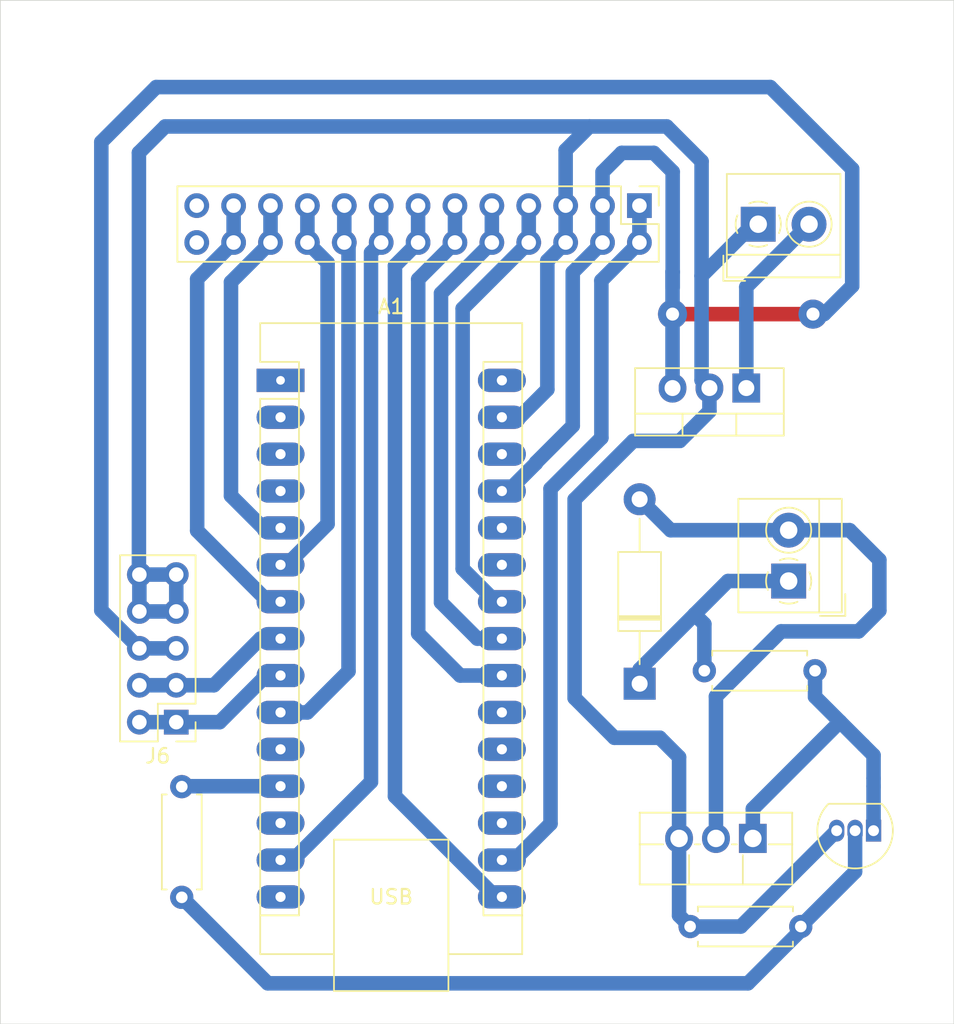
<source format=kicad_pcb>
(kicad_pcb (version 20240108) (generator "pcbnew") (generator_version "8.0")
  (layers (0 "F.Cu" signal) (31 "B.Cu" signal) (34 "B.Paste" user) (35 "F.Paste" user) (36 "B.SilkS" user "B.Silkscreen") (37 "F.SilkS" user "F.Silkscreen") (38 "B.Mask" user) (39 "F.Mask" user) (44 "Edge.Cuts" user))
  (net 0 "")
  (net 1 "GND")
  (net 2 "D5")
  (net 3 "D3")
  (net 5 "+5V")
  (net 7 "D7")
  (net 8 "A3")
  (net 9 "D2")
  (net 10 "A5")
  (net 12 "A4")
  (net 14 "3V3")
  (net 15 "D8")
  (net 18 "D10")
  (net 19 "D13")
  (net 20 "D9")
  (net 21 "D11")
  (net 24 "VCC")
  (net 27 "Net-(D1-A)")
  (net 28 "D4")
  (net 29 "D6")
  (net 31 "A0")
  (net 32 "Net-(D1-K)")
  (net 35 "Net-(Q1-B)")
  (net 36 "Net-(Q1-C)")
  (footprint "MountingHole:MountingHole_4mm" (layer "F.Cu") (at 180.25 134.27)
    (property "Reference" "H1" (hide yes))
    (property "Value" "MountingHole" (hide yes))
    (pad "" np_thru_hole circle (at 0 0) (size 4 4) (drill 4) (layers "*.Cu" "*.Mask"))
  )
  (footprint "MountingHole:MountingHole_4mm" (layer "F.Cu") (at 123.16 72.81)
    (property "Reference" "H3" (hide yes))
    (property "Value" "MountingHole" (hide yes))
    (pad "" np_thru_hole circle (at 0 0) (size 4 4) (drill 4) (layers "*.Cu" "*.Mask"))
  )
  (footprint "Connector_PinHeader_2.54mm:PinHeader_2x05_P2.54mm_Vertical" (layer "F.Cu") (at 130.98 117.9 180)
    (property "Reference" "J6" (at 1.27 -2.33 0) (layer "F.SilkS"))
    (property "Value" "Conn_01x05_Socket" (hide yes))
    (fp_line (start 3.87 -1.33) (end 3.87 11.49) (stroke (width 0.12)) (layer "F.SilkS"))
    (fp_line (start 1.27 1.27) (end 1.27 -1.33) (stroke (width 0.12)) (layer "F.SilkS"))
    (fp_line (start 1.27 -1.33) (end 3.87 -1.33) (stroke (width 0.12)) (layer "F.SilkS"))
    (fp_line (start -1.33 11.49) (end 3.87 11.49) (stroke (width 0.12)) (layer "F.SilkS"))
    (fp_line (start -1.33 1.27) (end 1.27 1.27) (stroke (width 0.12)) (layer "F.SilkS"))
    (fp_line (start -1.33 1.27) (end -1.33 11.49) (stroke (width 0.12)) (layer "F.SilkS"))
    (fp_line (start -1.33 0) (end -1.33 -1.33) (stroke (width 0.12)) (layer "F.SilkS"))
    (fp_line (start -1.33 -1.33) (end 0 -1.33) (stroke (width 0.12)) (layer "F.SilkS"))
    (pad "1" thru_hole rect (at 0 0 180) (size 1.7 1.7) (drill 1) (layers "*.Cu" "*.Mask") (net 29 "D6"))
    (pad "1" thru_hole oval (at 2.54 0 180) (size 1.7 1.7) (drill 1) (layers "*.Cu" "*.Mask") (net 29 "D6"))
    (pad "2" thru_hole oval (at 0 2.54 180) (size 1.7 1.7) (drill 1) (layers "*.Cu" "*.Mask") (net 2 "D5"))
    (pad "2" thru_hole oval (at 2.54 2.54 180) (size 1.7 1.7) (drill 1) (layers "*.Cu" "*.Mask") (net 2 "D5"))
    (pad "3" thru_hole oval (at 0 5.08 180) (size 1.7 1.7) (drill 1) (layers "*.Cu" "*.Mask") (net 5 "+5V"))
    (pad "3" thru_hole oval (at 2.54 5.08 180) (size 1.7 1.7) (drill 1) (layers "*.Cu" "*.Mask") (net 5 "+5V"))
    (pad "4" thru_hole oval (at 0 7.62 180) (size 1.7 1.7) (drill 1) (layers "*.Cu" "*.Mask") (net 1 "GND"))
    (pad "4" thru_hole oval (at 2.54 7.62 180) (size 1.7 1.7) (drill 1) (layers "*.Cu" "*.Mask") (net 1 "GND"))
    (pad "5" thru_hole oval (at 0 10.16 180) (size 1.7 1.7) (drill 1) (layers "*.Cu" "*.Mask") (net 1 "GND"))
    (pad "5" thru_hole oval (at 2.54 10.16 180) (size 1.7 1.7) (drill 1) (layers "*.Cu" "*.Mask") (net 1 "GND"))
  )
  (footprint "TerminalBlock_4Ucon:TerminalBlock_4Ucon_1x02_P3.50mm_Horizontal" (layer "F.Cu") (at 173.145 108.185 90)
    (property "Reference" "M1" (hide yes))
    (property "Value" "Motor_DC" (hide yes))
    (fp_line (start 5.66 -3.46) (end 5.66 3.66) (stroke (width 0.12)) (layer "F.SilkS"))
    (fp_line (start -2.16 -3.46) (end 5.66 -3.46) (stroke (width 0.12)) (layer "F.SilkS"))
    (fp_line (start -2.16 -3.46) (end -2.16 3.66) (stroke (width 0.12)) (layer "F.SilkS"))
    (fp_line (start -2.16 2.1) (end 5.66 2.1) (stroke (width 0.12)) (layer "F.SilkS"))
    (fp_line (start -2.4 2.16) (end -2.4 3.9) (stroke (width 0.12)) (layer "F.SilkS"))
    (fp_line (start -2.16 3.66) (end 5.66 3.66) (stroke (width 0.12)) (layer "F.SilkS"))
    (fp_line (start -2.4 3.9) (end -0.9 3.9) (stroke (width 0.12)) (layer "F.SilkS"))
    (fp_arc (start -0.607742 -1.432109) (mid 0.00014 -1.555727) (end 0.608 -1.432) (stroke (width 0.12)) (layer "F.SilkS"))
    (fp_arc (start 1.432109 -0.607742) (mid 1.555727 0.00014) (end 1.432 0.608) (stroke (width 0.12)) (layer "F.SilkS"))
    (fp_arc (start -1.432109 0.607742) (mid -1.555727 -0.00014) (end -1.432 -0.608) (stroke (width 0.12)) (layer "F.SilkS"))
    (fp_arc (start 0.607587 1.431385) (mid 0.310017 1.523783) (end 0 1.555) (stroke (width 0.12)) (layer "F.SilkS"))
    (fp_arc (start 0.027011 1.555493) (mid -0.296984 1.527118) (end -0.608 1.432) (stroke (width 0.12)) (layer "F.SilkS"))
    (fp_circle (center 3.5 0) (end 5.055 0) (stroke (width 0.12)) (fill none) (layer "F.SilkS"))
    (pad "1" thru_hole rect (at 0 0 90) (size 2.4 2.4) (drill 1.2) (layers "*.Cu" "*.Mask") (net 32 "Net-(D1-K)"))
    (pad "2" thru_hole circle (at 3.5 0 90) (size 2.4 2.4) (drill 1.2) (layers "*.Cu" "*.Mask") (net 27 "Net-(D1-A)"))
  )
  (footprint "Resistor_THT:R_Axial_DIN0207_L6.3mm_D2.5mm_P7.62mm_Horizontal" (layer "F.Cu") (at 131.36 122.34 -90)
    (property "Reference" "R1" (hide yes))
    (property "Value" "220" (hide yes))
    (fp_line (start 0.54 1.37) (end 7.08 1.37) (stroke (width 0.12)) (layer "F.SilkS"))
    (fp_line (start 7.08 1.37) (end 7.08 1.04) (stroke (width 0.12)) (layer "F.SilkS"))
    (fp_line (start 0.54 1.04) (end 0.54 1.37) (stroke (width 0.12)) (layer "F.SilkS"))
    (fp_line (start 0.54 -1.04) (end 0.54 -1.37) (stroke (width 0.12)) (layer "F.SilkS"))
    (fp_line (start 0.54 -1.37) (end 7.08 -1.37) (stroke (width 0.12)) (layer "F.SilkS"))
    (fp_line (start 7.08 -1.37) (end 7.08 -1.04) (stroke (width 0.12)) (layer "F.SilkS"))
    (pad "1" thru_hole circle (at 0 0 270) (size 1.6 1.6) (drill 0.8) (layers "*.Cu" "*.Mask") (net 20 "D9"))
    (pad "2" thru_hole oval (at 7.62 0 270) (size 1.6 1.6) (drill 0.8) (layers "*.Cu" "*.Mask") (net 35 "Net-(Q1-B)"))
  )
  (footprint "Package_TO_SOT_THT:TO-92_Inline" (layer "F.Cu") (at 178.99 125.37 180)
    (property "Reference" "Q1" (hide yes))
    (property "Value" "BC547" (hide yes))
    (fp_line (start -0.53 1.85) (end 3.07 1.85) (stroke (width 0.12)) (layer "F.SilkS"))
    (fp_arc (start 1.27 -2.6) (mid 3.672087 -0.994977) (end 3.108478 1.838478) (stroke (width 0.12)) (layer "F.SilkS"))
    (fp_arc (start -0.568478 1.838478) (mid -1.132087 -0.994977) (end 1.27 -2.6) (stroke (width 0.12)) (layer "F.SilkS"))
    (pad "1" thru_hole rect (at 0 0 180) (size 1.05 1.5) (drill 0.75) (layers "*.Cu" "*.Mask") (net 36 "Net-(Q1-C)"))
    (pad "2" thru_hole oval (at 1.27 0 180) (size 1.05 1.5) (drill 0.75) (layers "*.Cu" "*.Mask") (net 35 "Net-(Q1-B)"))
    (pad "3" thru_hole oval (at 2.54 0 180) (size 1.05 1.5) (drill 0.75) (layers "*.Cu" "*.Mask") (net 1 "GND"))
  )
  (footprint "Resistor_THT:R_Axial_DIN0207_L6.3mm_D2.5mm_P7.62mm_Horizontal" (layer "F.Cu") (at 167.34 114.36)
    (property "Reference" "R4" (hide yes))
    (property "Value" "R" (hide yes))
    (fp_line (start 0.54 -1.37) (end 7.08 -1.37) (stroke (width 0.12)) (layer "F.SilkS"))
    (fp_line (start 0.54 -1.04) (end 0.54 -1.37) (stroke (width 0.12)) (layer "F.SilkS"))
    (fp_line (start 0.54 1.04) (end 0.54 1.37) (stroke (width 0.12)) (layer "F.SilkS"))
    (fp_line (start 0.54 1.37) (end 7.08 1.37) (stroke (width 0.12)) (layer "F.SilkS"))
    (fp_line (start 7.08 -1.37) (end 7.08 -1.04) (stroke (width 0.12)) (layer "F.SilkS"))
    (fp_line (start 7.08 1.37) (end 7.08 1.04) (stroke (width 0.12)) (layer "F.SilkS"))
    (pad "1" thru_hole circle (at 0 0) (size 1.6 1.6) (drill 0.8) (layers "*.Cu" "*.Mask") (net 32 "Net-(D1-K)"))
    (pad "2" thru_hole oval (at 7.62 0) (size 1.6 1.6) (drill 0.8) (layers "*.Cu" "*.Mask") (net 36 "Net-(Q1-C)"))
  )
  (footprint "Resistor_THT:R_Axial_DIN0207_L6.3mm_D2.5mm_P7.62mm_Horizontal" (layer "F.Cu") (at 166.36 131.97)
    (property "Reference" "R2" (hide yes))
    (property "Value" "10K" (hide yes))
    (fp_line (start 0.54 -1.37) (end 7.08 -1.37) (stroke (width 0.12)) (layer "F.SilkS"))
    (fp_line (start 0.54 -1.04) (end 0.54 -1.37) (stroke (width 0.12)) (layer "F.SilkS"))
    (fp_line (start 0.54 1.04) (end 0.54 1.37) (stroke (width 0.12)) (layer "F.SilkS"))
    (fp_line (start 0.54 1.37) (end 7.08 1.37) (stroke (width 0.12)) (layer "F.SilkS"))
    (fp_line (start 7.08 -1.37) (end 7.08 -1.04) (stroke (width 0.12)) (layer "F.SilkS"))
    (fp_line (start 7.08 1.37) (end 7.08 1.04) (stroke (width 0.12)) (layer "F.SilkS"))
    (pad "1" thru_hole circle (at 0 0) (size 1.6 1.6) (drill 0.8) (layers "*.Cu" "*.Mask") (net 1 "GND"))
    (pad "2" thru_hole oval (at 7.62 0) (size 1.6 1.6) (drill 0.8) (layers "*.Cu" "*.Mask") (net 35 "Net-(Q1-B)"))
  )
  (footprint "MountingHole:MountingHole_4mm" (layer "F.Cu") (at 123.13 134.11)
    (property "Reference" "H2" (hide yes))
    (property "Value" "MountingHole" (hide yes))
    (pad "" np_thru_hole circle (at 0 0) (size 4 4) (drill 4) (layers "*.Cu" "*.Mask"))
  )
  (footprint "Connector_PinHeader_2.54mm:PinHeader_2x13_P2.54mm_Vertical" (layer "F.Cu") (at 162.87 82.34 -90)
    (property "Reference" "J4" (hide yes))
    (property "Value" "Conn_01x13_Socket" (hide yes))
    (fp_line (start -1.33 31.81) (end 3.87 31.81) (stroke (width 0.12)) (layer "F.SilkS"))
    (fp_line (start -1.33 1.27) (end -1.33 31.81) (stroke (width 0.12)) (layer "F.SilkS"))
    (fp_line (start -1.33 1.27) (end 1.27 1.27) (stroke (width 0.12)) (layer "F.SilkS"))
    (fp_line (start 1.27 1.27) (end 1.27 -1.33) (stroke (width 0.12)) (layer "F.SilkS"))
    (fp_line (start -1.33 0) (end -1.33 -1.33) (stroke (width 0.12)) (layer "F.SilkS"))
    (fp_line (start -1.33 -1.33) (end 0 -1.33) (stroke (width 0.12)) (layer "F.SilkS"))
    (fp_line (start 1.27 -1.33) (end 3.87 -1.33) (stroke (width 0.12)) (layer "F.SilkS"))
    (fp_line (start 3.87 -1.33) (end 3.87 31.81) (stroke (width 0.12)) (layer "F.SilkS"))
    (pad "1" thru_hole rect (at 0 0 270) (size 1.7 1.7) (drill 1) (layers "*.Cu" "*.Mask") (net 14 "3V3"))
    (pad "1" thru_hole oval (at 2.54 0 270) (size 1.7 1.7) (drill 1) (layers "*.Cu" "*.Mask") (net 14 "3V3"))
    (pad "2" thru_hole oval (at 0 2.54 270) (size 1.7 1.7) (drill 1) (layers "*.Cu" "*.Mask") (net 5 "+5V"))
    (pad "2" thru_hole oval (at 2.54 2.54 270) (size 1.7 1.7) (drill 1) (layers "*.Cu" "*.Mask") (net 5 "+5V"))
    (pad "3" thru_hole oval (at 0 5.08 270) (size 1.7 1.7) (drill 1) (layers "*.Cu" "*.Mask") (net 1 "GND"))
    (pad "3" thru_hole oval (at 2.54 5.08 270) (size 1.7 1.7) (drill 1) (layers "*.Cu" "*.Mask") (net 1 "GND"))
    (pad "4" thru_hole oval (at 0 7.62 270) (size 1.7 1.7) (drill 1) (layers "*.Cu" "*.Mask") (net 10 "A5"))
    (pad "4" thru_hole oval (at 2.54 7.62 270) (size 1.7 1.7) (drill 1) (layers "*.Cu" "*.Mask") (net 10 "A5"))
    (pad "5" thru_hole oval (at 0 10.16 270) (size 1.7 1.7) (drill 1) (layers "*.Cu" "*.Mask") (net 12 "A4"))
    (pad "5" thru_hole oval (at 2.54 10.16 270) (size 1.7 1.7) (drill 1) (layers "*.Cu" "*.Mask") (net 12 "A4"))
    (pad "6" thru_hole oval (at 0 12.7 270) (size 1.7 1.7) (drill 1) (layers "*.Cu" "*.Mask") (net 8 "A3"))
    (pad "6" thru_hole oval (at 2.54 12.7 270) (size 1.7 1.7) (drill 1) (layers "*.Cu" "*.Mask") (net 8 "A3"))
    (pad "7" thru_hole oval (at 0 15.24 270) (size 1.7 1.7) (drill 1) (layers "*.Cu" "*.Mask") (net 19 "D13"))
    (pad "7" thru_hole oval (at 2.54 15.24 270) (size 1.7 1.7) (drill 1) (layers "*.Cu" "*.Mask") (net 19 "D13"))
    (pad "8" thru_hole oval (at 0 17.78 270) (size 1.7 1.7) (drill 1) (layers "*.Cu" "*.Mask") (net 21 "D11"))
    (pad "8" thru_hole oval (at 2.54 17.78 270) (size 1.7 1.7) (drill 1) (layers "*.Cu" "*.Mask") (net 21 "D11"))
    (pad "9" thru_hole oval (at 0 20.32 270) (size 1.7 1.7) (drill 1) (layers "*.Cu" "*.Mask") (net 7 "D7"))
    (pad "9" thru_hole oval (at 2.54 20.32 270) (size 1.7 1.7) (drill 1) (layers "*.Cu" "*.Mask") (net 7 "D7"))
    (pad "10" thru_hole oval (at 0 22.86 270) (size 1.7 1.7) (drill 1) (layers "*.Cu" "*.Mask") (net 3 "D3"))
    (pad "10" thru_hole oval (at 2.54 22.86 270) (size 1.7 1.7) (drill 1) (layers "*.Cu" "*.Mask") (net 3 "D3"))
    (pad "11" thru_hole oval (at 0 25.4 270) (size 1.7 1.7) (drill 1) (layers "*.Cu" "*.Mask") (net 9 "D2"))
    (pad "11" thru_hole oval (at 2.54 25.4 270) (size 1.7 1.7) (drill 1) (layers "*.Cu" "*.Mask") (net 9 "D2"))
    (pad "12" thru_hole oval (at 0 27.94 270) (size 1.7 1.7) (drill 1) (layers "*.Cu" "*.Mask") (net 28 "D4"))
    (pad "12" thru_hole oval (at 2.54 27.94 270) (size 1.7 1.7) (drill 1) (layers "*.Cu" "*.Mask") (net 28 "D4"))
    (pad "13" thru_hole oval (at 0 30.48 270) (size 1.7 1.7) (drill 1) (layers "*.Cu" "*.Mask"))
    (pad "13" thru_hole oval (at 2.54 30.48 270) (size 1.7 1.7) (drill 1) (layers "*.Cu" "*.Mask"))
  )
  (footprint "TerminalBlock_4Ucon:TerminalBlock_4Ucon_1x02_P3.50mm_Horizontal" (layer "F.Cu") (at 171.05 83.62)
    (property "Reference" "J2" (hide yes))
    (property "Value" "Screw_Terminal_01x02" (hide yes))
    (fp_line (start -2.4 2.16) (end -2.4 3.9) (stroke (width 0.12)) (layer "F.SilkS"))
    (fp_line (start -2.4 3.9) (end -0.9 3.9) (stroke (width 0.12)) (layer "F.SilkS"))
    (fp_line (start -2.16 -3.46) (end -2.16 3.66) (stroke (width 0.12)) (layer "F.SilkS"))
    (fp_line (start -2.16 -3.46) (end 5.66 -3.46) (stroke (width 0.12)) (layer "F.SilkS"))
    (fp_line (start -2.16 2.1) (end 5.66 2.1) (stroke (width 0.12)) (layer "F.SilkS"))
    (fp_line (start -2.16 3.66) (end 5.66 3.66) (stroke (width 0.12)) (layer "F.SilkS"))
    (fp_line (start 5.66 -3.46) (end 5.66 3.66) (stroke (width 0.12)) (layer "F.SilkS"))
    (fp_arc (start -1.432109 0.607742) (mid -1.555727 -0.00014) (end -1.432 -0.608) (stroke (width 0.12)) (layer "F.SilkS"))
    (fp_arc (start -0.607742 -1.432109) (mid 0.00014 -1.555727) (end 0.608 -1.432) (stroke (width 0.12)) (layer "F.SilkS"))
    (fp_arc (start 0.027011 1.555493) (mid -0.296984 1.527118) (end -0.608 1.432) (stroke (width 0.12)) (layer "F.SilkS"))
    (fp_arc (start 0.607587 1.431385) (mid 0.310017 1.523783) (end 0 1.555) (stroke (width 0.12)) (layer "F.SilkS"))
    (fp_arc (start 1.432109 -0.607742) (mid 1.555727 0.00014) (end 1.432 0.608) (stroke (width 0.12)) (layer "F.SilkS"))
    (fp_circle (center 3.5 0) (end 5.055 0) (stroke (width 0.12)) (fill none) (layer "F.SilkS"))
    (pad "1" thru_hole rect (at 0 0) (size 2.4 2.4) (drill 1.2) (layers "*.Cu" "*.Mask") (net 1 "GND"))
    (pad "2" thru_hole circle (at 3.5 0) (size 2.4 2.4) (drill 1.2) (layers "*.Cu" "*.Mask") (net 24 "VCC"))
  )
  (footprint "Package_TO_SOT_THT:TO-220F-3_Vertical" (layer "F.Cu") (at 170.68 125.905 180)
    (property "Reference" "Q3" (hide yes))
    (property "Value" "IRF540" (hide yes))
    (fp_line (start 7.79 -3.168) (end 7.79 1.773) (stroke (width 0.12)) (layer "F.SilkS"))
    (fp_line (start 6.183 -0.408) (end 7.79 -0.408) (stroke (width 0.12)) (layer "F.SilkS"))
    (fp_line (start 4.391 -3.168) (end 4.391 -1.15) (stroke (width 0.12)) (layer "F.SilkS"))
    (fp_line (start 3.643 -0.408) (end 3.978 -0.408) (stroke (width 0.12)) (layer "F.SilkS"))
    (fp_line (start 1.103 -0.408) (end 1.438 -0.408) (stroke (width 0.12)) (layer "F.SilkS"))
    (fp_line (start 0.69 -3.168) (end 0.69 -1.15) (stroke (width 0.12)) (layer "F.SilkS"))
    (fp_line (start -2.71 1.773) (end 7.79 1.773) (stroke (width 0.12)) (layer "F.SilkS"))
    (fp_line (start -2.71 -0.408) (end -1.103 -0.408) (stroke (width 0.12)) (layer "F.SilkS"))
    (fp_line (start -2.71 -3.168) (end 7.79 -3.168) (stroke (width 0.12)) (layer "F.SilkS"))
    (fp_line (start -2.71 -3.168) (end -2.71 1.773) (stroke (width 0.12)) (layer "F.SilkS"))
    (pad "1" thru_hole rect (at 0 0 180) (size 1.905 2) (drill 1.2) (layers "*.Cu" "*.Mask") (net 36 "Net-(Q1-C)"))
    (pad "2" thru_hole oval (at 2.54 0 180) (size 1.905 2) (drill 1.2) (layers "*.Cu" "*.Mask") (net 27 "Net-(D1-A)"))
    (pad "3" thru_hole oval (at 5.08 0 180) (size 1.905 2) (drill 1.2) (layers "*.Cu" "*.Mask") (net 1 "GND"))
  )
  (footprint "Package_TO_SOT_THT:TO-220-3_Vertical" (layer "F.Cu") (at 170.23 94.9 180)
    (property "Reference" "U1" (hide yes))
    (property "Value" "LM7805_TO220" (hide yes))
    (fp_line (start 7.66 -3.27) (end 7.66 1.371) (stroke (width 0.12)) (layer "F.SilkS"))
    (fp_line (start 4.391 -3.27) (end 4.391 -1.76) (stroke (width 0.12)) (layer "F.SilkS"))
    (fp_line (start 0.69 -3.27) (end 0.69 -1.76) (stroke (width 0.12)) (layer "F.SilkS"))
    (fp_line (start -2.58 1.371) (end 7.66 1.371) (stroke (width 0.12)) (layer "F.SilkS"))
    (fp_line (start -2.58 -1.76) (end 7.66 -1.76) (stroke (width 0.12)) (layer "F.SilkS"))
    (fp_line (start -2.58 -3.27) (end 7.66 -3.27) (stroke (width 0.12)) (layer "F.SilkS"))
    (fp_line (start -2.58 -3.27) (end -2.58 1.371) (stroke (width 0.12)) (layer "F.SilkS"))
    (pad "1" thru_hole rect (at 0 0 180) (size 1.905 2) (drill 1.1) (layers "*.Cu" "*.Mask") (net 24 "VCC"))
    (pad "2" thru_hole oval (at 2.54 0 180) (size 1.905 2) (drill 1.1) (layers "*.Cu" "*.Mask") (net 1 "GND"))
    (pad "3" thru_hole oval (at 5.08 0 180) (size 1.905 2) (drill 1.1) (layers "*.Cu" "*.Mask") (net 5 "+5V"))
  )
  (footprint "Module:Arduino_Nano" (layer "F.Cu") (at 138.16 94.37)
    (property "Reference" "A1" (at 7.62 -5.08 0) (layer "F.SilkS"))
    (property "Value" "Arduino_Nano_v3.x")
    (fp_line (start -1.4 -3.94) (end -1.4 -1.27) (stroke (width 0.12)) (layer "F.SilkS"))
    (fp_line (start -1.4 1.27) (end -1.4 39.5) (stroke (width 0.12)) (layer "F.SilkS"))
    (fp_line (start -1.4 39.5) (end 3.68 39.5) (stroke (width 0.12)) (layer "F.SilkS"))
    (fp_line (start 1.27 -1.27) (end -1.4 -1.27) (stroke (width 0.12)) (layer "F.SilkS"))
    (fp_line (start 1.27 1.27) (end -1.4 1.27) (stroke (width 0.12)) (layer "F.SilkS"))
    (fp_line (start 1.27 1.27) (end 1.27 -1.27) (stroke (width 0.12)) (layer "F.SilkS"))
    (fp_line (start 1.27 1.27) (end 1.27 36.83) (stroke (width 0.12)) (layer "F.SilkS"))
    (fp_line (start 1.27 36.83) (end -1.4 36.83) (stroke (width 0.12)) (layer "F.SilkS"))
    (fp_line (start 3.68 31.62) (end 11.56 31.62) (stroke (width 0.12)) (layer "F.SilkS"))
    (fp_line (start 3.68 42.04) (end 3.68 31.62) (stroke (width 0.12)) (layer "F.SilkS"))
    (fp_line (start 11.56 31.62) (end 11.56 42.04) (stroke (width 0.12)) (layer "F.SilkS"))
    (fp_line (start 11.56 42.04) (end 3.68 42.04) (stroke (width 0.12)) (layer "F.SilkS"))
    (fp_line (start 13.97 -1.27) (end 13.97 36.83) (stroke (width 0.12)) (layer "F.SilkS"))
    (fp_line (start 13.97 -1.27) (end 16.64 -1.27) (stroke (width 0.12)) (layer "F.SilkS"))
    (fp_line (start 13.97 36.83) (end 16.64 36.83) (stroke (width 0.12)) (layer "F.SilkS"))
    (fp_line (start 16.64 -3.94) (end -1.4 -3.94) (stroke (width 0.12)) (layer "F.SilkS"))
    (fp_line (start 16.64 39.5) (end 11.56 39.5) (stroke (width 0.12)) (layer "F.SilkS"))
    (fp_line (start 16.64 39.5) (end 16.64 -3.94) (stroke (width 0.12)) (layer "F.SilkS"))
    (fp_text user "USB" (at 7.62 35.56 0) (layer "F.SilkS"))
    (pad "1" thru_hole rect (at 0 0) (size 3.3 1.6) (drill 0.6) (layers "*.Cu" "*.Mask"))
    (pad "2" thru_hole oval (at 0 2.54) (size 3.3 1.6) (drill 0.7) (layers "*.Cu" "*.Mask"))
    (pad "3" thru_hole oval (at 0 5.08) (size 3.3 1.6) (drill 0.7) (layers "*.Cu" "*.Mask"))
    (pad "4" thru_hole oval (at 0 7.62) (size 3.3 1.6) (drill 0.7) (layers "*.Cu" "*.Mask") (net 1 "GND"))
    (pad "5" thru_hole oval (at 0 10.16) (size 3.3 1.6) (drill 0.7) (layers "*.Cu" "*.Mask") (net 9 "D2"))
    (pad "6" thru_hole oval (at 0 12.7) (size 3.3 1.6) (drill 0.7) (layers "*.Cu" "*.Mask") (net 3 "D3"))
    (pad "7" thru_hole oval (at 0 15.24) (size 3.3 1.6) (drill 0.7) (layers "*.Cu" "*.Mask") (net 28 "D4"))
    (pad "8" thru_hole oval (at 0 17.78) (size 3.3 1.6) (drill 0.7) (layers "*.Cu" "*.Mask") (net 2 "D5"))
    (pad "9" thru_hole oval (at 0 20.32) (size 3.3 1.6) (drill 0.7) (layers "*.Cu" "*.Mask") (net 29 "D6"))
    (pad "10" thru_hole oval (at 0 22.86) (size 3.3 1.6) (drill 0.7) (layers "*.Cu" "*.Mask") (net 7 "D7"))
    (pad "11" thru_hole oval (at 0 25.4) (size 3.3 1.6) (drill 0.7) (layers "*.Cu" "*.Mask") (net 15 "D8"))
    (pad "12" thru_hole oval (at 0 27.94) (size 3.3 1.6) (drill 0.7) (layers "*.Cu" "*.Mask") (net 20 "D9"))
    (pad "13" thru_hole oval (at 0 30.48) (size 3.3 1.6) (drill 0.7) (layers "*.Cu" "*.Mask") (net 18 "D10"))
    (pad "14" thru_hole oval (at 0 33.02) (size 3.3 1.6) (drill 0.7) (layers "*.Cu" "*.Mask") (net 21 "D11"))
    (pad "15" thru_hole oval (at 0 35.56) (size 3.3 1.6) (drill 0.7) (layers "*.Cu" "*.Mask"))
    (pad "16" thru_hole oval (at 15.24 35.56) (size 3.3 1.6) (drill 0.7) (layers "*.Cu" "*.Mask") (net 19 "D13"))
    (pad "17" thru_hole oval (at 15.24 33.02) (size 3.3 1.6) (drill 0.7) (layers "*.Cu" "*.Mask") (net 14 "3V3"))
    (pad "18" thru_hole oval (at 15.24 30.48) (size 3.3 1.6) (drill 0.7) (layers "*.Cu" "*.Mask"))
    (pad "19" thru_hole oval (at 15.24 27.94) (size 3.3 1.6) (drill 0.7) (layers "*.Cu" "*.Mask") (net 31 "A0"))
    (pad "20" thru_hole oval (at 15.24 25.4) (size 3.3 1.6) (drill 0.7) (layers "*.Cu" "*.Mask"))
    (pad "21" thru_hole oval (at 15.24 22.86) (size 3.3 1.6) (drill 0.7) (layers "*.Cu" "*.Mask"))
    (pad "22" thru_hole oval (at 15.24 20.32) (size 3.3 1.6) (drill 0.7) (layers "*.Cu" "*.Mask") (net 8 "A3"))
    (pad "23" thru_hole oval (at 15.24 17.78) (size 3.3 1.6) (drill 0.7) (layers "*.Cu" "*.Mask") (net 12 "A4"))
    (pad "24" thru_hole oval (at 15.24 15.24) (size 3.3 1.6) (drill 0.7) (layers "*.Cu" "*.Mask") (net 10 "A5"))
    (pad "25" thru_hole oval (at 15.24 12.7) (size 3.3 1.6) (drill 0.7) (layers "*.Cu" "*.Mask"))
    (pad "26" thru_hole oval (at 15.24 10.16) (size 3.3 1.6) (drill 0.7) (layers "*.Cu" "*.Mask"))
    (pad "27" thru_hole oval (at 15.24 7.62) (size 3.3 1.6) (drill 0.7) (layers "*.Cu" "*.Mask") (net 5 "+5V"))
    (pad "28" thru_hole oval (at 15.24 5.08) (size 3.3 1.6) (drill 0.7) (layers "*.Cu" "*.Mask"))
    (pad "29" thru_hole oval (at 15.24 2.54) (size 3.3 1.6) (drill 0.7) (layers "*.Cu" "*.Mask") (net 1 "GND"))
    (pad "30" thru_hole oval (at 15.24 0) (size 3.3 1.6) (drill 0.7) (layers "*.Cu" "*.Mask"))
  )
  (footprint "MountingHole:MountingHole_4mm" (layer "F.Cu") (at 180.08 73.04)
    (property "Reference" "H4" (hide yes))
    (property "Value" "MountingHole" (hide yes))
    (pad "" np_thru_hole circle (at 0 0) (size 4 4) (drill 4) (layers "*.Cu" "*.Mask"))
  )
  (footprint "Diode_THT:D_DO-41_SOD81_P12.70mm_Horizontal" (layer "F.Cu") (at 162.885 115.255 90)
    (property "Reference" "D1" (hide yes))
    (property "Value" "D" (hide yes))
    (fp_line (start 9.07 -1.47) (end 3.63 -1.47) (stroke (width 0.12)) (layer "F.SilkS"))
    (fp_line (start 4.65 -1.47) (end 4.65 1.47) (stroke (width 0.12)) (layer "F.SilkS"))
    (fp_line (start 4.53 -1.47) (end 4.53 1.47) (stroke (width 0.12)) (layer "F.SilkS"))
    (fp_line (start 4.41 -1.47) (end 4.41 1.47) (stroke (width 0.12)) (layer "F.SilkS"))
    (fp_line (start 3.63 -1.47) (end 3.63 1.47) (stroke (width 0.12)) (layer "F.SilkS"))
    (fp_line (start 11.36 0) (end 9.07 0) (stroke (width 0.12)) (layer "F.SilkS"))
    (fp_line (start 1.34 0) (end 3.63 0) (stroke (width 0.12)) (layer "F.SilkS"))
    (fp_line (start 9.07 1.47) (end 9.07 -1.47) (stroke (width 0.12)) (layer "F.SilkS"))
    (fp_line (start 3.63 1.47) (end 9.07 1.47) (stroke (width 0.12)) (layer "F.SilkS"))
    (pad "1" thru_hole rect (at 0 0 90) (size 2.2 2.2) (drill 1.1) (layers "*.Cu" "*.Mask") (net 32 "Net-(D1-K)"))
    (pad "2" thru_hole oval (at 12.7 0 90) (size 2.2 2.2) (drill 1.1) (layers "*.Cu" "*.Mask") (net 27 "Net-(D1-A)"))
  )
  (gr_rect (start 118.87 68.21) (end 184.52 138.68) (stroke (width 0.05)) (fill none) (layer "Edge.Cuts"))
  (segment (start 176.45 125.37) (end 169.85 131.97) (width 1) (layer "B.Cu") (net 1))
  (segment (start 130.98 107.74) (end 130.98 110.28) (width 1) (layer "B.Cu") (net 1))
  (segment (start 165.6 131.21) (end 166.36 131.97) (width 1) (layer "B.Cu") (net 1))
  (segment (start 170.71 83.62) (end 167.15 87.18) (width 1) (layer "B.Cu") (net 1))
  (segment (start 161.145 118.975) (end 164.27 118.975) (width 1) (layer "B.Cu") (net 1))
  (segment (start 154.62 96.91) (end 153.4 96.91) (width 1) (layer "B.Cu") (net 1))
  (segment (start 165.6 125.905) (end 165.6 131.21) (width 1) (layer "B.Cu") (net 1))
  (segment (start 128.41 107.71) (end 128.41 78.7) (width 1) (layer "B.Cu") (net 1))
  (segment (start 157.79 78.53) (end 159.43 76.89) (width 1) (layer "B.Cu") (net 1))
  (segment (start 167.15 94.36) (end 167.69 94.9) (width 1) (layer "B.Cu") (net 1))
  (segment (start 156.53 86.14) (end 156.53 95) (width 1) (layer "B.Cu") (net 1))
  (segment (start 156.53 95) (end 154.62 96.91) (width 1) (layer "B.Cu") (net 1))
  (segment (start 164.27 118.975) (end 164.26 118.985) (width 1) (layer "B.Cu") (net 1))
  (segment (start 159.43 76.89) (end 164.75 76.89) (width 1) (layer "B.Cu") (net 1))
  (segment (start 157.79 84.88) (end 156.53 86.14) (width 1) (layer "B.Cu") (net 1))
  (segment (start 157.79 82.34) (end 157.79 84.88) (width 1) (layer "B.Cu") (net 1))
  (segment (start 165.6 120.305) (end 164.27 118.975) (width 1) (layer "B.Cu") (net 1))
  (segment (start 128.44 107.74) (end 130.98 107.74) (width 1) (layer "B.Cu") (net 1))
  (segment (start 167.15 87.18) (end 167.15 94.36) (width 1) (layer "B.Cu") (net 1))
  (segment (start 164.75 76.89) (end 167.15 79.29) (width 1) (layer "B.Cu") (net 1))
  (segment (start 128.41 78.7) (end 130.22 76.89) (width 1) (layer "B.Cu") (net 1))
  (segment (start 128.44 110.28) (end 130.98 110.28) (width 1) (layer "B.Cu") (net 1))
  (segment (start 128.44 107.74) (end 128.44 110.28) (width 1) (layer "B.Cu") (net 1))
  (segment (start 169.85 131.97) (end 166.36 131.97) (width 1) (layer "B.Cu") (net 1))
  (segment (start 130.22 76.89) (end 159.43 76.89) (width 1) (layer "B.Cu") (net 1))
  (segment (start 167.69 94.9) (end 167.69 96.5) (width 1) (layer "B.Cu") (net 1))
  (segment (start 171.05 83.62) (end 170.71 83.62) (width 1) (layer "B.Cu") (net 1))
  (segment (start 165.65 98.54) (end 162.44 98.54) (width 1) (layer "B.Cu") (net 1))
  (segment (start 167.69 96.5) (end 165.65 98.54) (width 1) (layer "B.Cu") (net 1))
  (segment (start 158.41 102.57) (end 158.41 116.24) (width 1) (layer "B.Cu") (net 1))
  (segment (start 162.44 98.54) (end 158.41 102.57) (width 1) (layer "B.Cu") (net 1))
  (segment (start 157.79 82.34) (end 157.79 78.53) (width 1) (layer "B.Cu") (net 1))
  (segment (start 128.44 107.74) (end 128.41 107.71) (width 1) (layer "B.Cu") (net 1))
  (segment (start 158.41 116.24) (end 161.145 118.975) (width 1) (layer "B.Cu") (net 1))
  (segment (start 165.6 125.905) (end 165.6 120.305) (width 1) (layer "B.Cu") (net 1))
  (segment (start 167.15 79.29) (end 167.15 87.18) (width 1) (layer "B.Cu") (net 1))
  (segment (start 136.78 112.15) (end 138.16 112.15) (width 1) (layer "B.Cu") (net 2))
  (segment (start 130.98 115.36) (end 128.44 115.36) (width 1) (layer "B.Cu") (net 2))
  (segment (start 130.98 115.36) (end 133.57 115.36) (width 1) (layer "B.Cu") (net 2))
  (segment (start 133.57 115.36) (end 136.78 112.15) (width 1) (layer "B.Cu") (net 2))
  (segment (start 140.01 82.34) (end 140.01 84.88) (width 1) (layer "B.Cu") (net 3))
  (segment (start 138.59132 107.07) (end 138.16 107.07) (width 1) (layer "B.Cu") (net 3))
  (segment (start 141.4 86.27) (end 141.4 104.26132) (width 1) (layer "B.Cu") (net 3))
  (segment (start 140.01 84.88) (end 141.4 86.27) (width 1) (layer "B.Cu") (net 3))
  (segment (start 141.4 104.26132) (end 138.59132 107.07) (width 1) (layer "B.Cu") (net 3))
  (segment (start 165.15 89.81) (end 174.82 89.81) (width 1) (layer "F.Cu") (net 5))
  (via micro (at 174.82 89.81) (size 2) (drill 0.9) (layers "F.Cu" "B.Cu") (net 5))
  (via micro (at 165.15 89.81) (size 2) (drill 0.9) (layers "F.Cu" "B.Cu") (net 5))
  (segment (start 177.52 79.82) (end 171.88 74.18) (width 1) (layer "B.Cu") (net 5))
  (segment (start 160.33 82.34) (end 160.33 80.03) (width 1) (layer "B.Cu") (net 5))
  (segment (start 165.15 86.91) (end 165.16 86.9) (width 1) (layer "B.Cu") (net 5))
  (segment (start 155.75 100.03) (end 155.75 100.07132) (width 1) (layer "B.Cu") (net 5))
  (segment (start 153.83132 101.99) (end 153.4 101.99) (width 1) (layer "B.Cu") (net 5))
  (segment (start 125.82 110.2) (end 128.44 112.82) (width 1) (layer "B.Cu") (net 5))
  (segment (start 161.65 78.71) (end 163.86 78.71) (width 1) (layer "B.Cu") (net 5))
  (segment (start 160.33 80.03) (end 161.65 78.71) (width 1) (layer "B.Cu") (net 5))
  (segment (start 160.33 82.34) (end 160.33 84.88) (width 1) (layer "B.Cu") (net 5))
  (segment (start 165.15 89.81) (end 165.15 86.91) (width 1) (layer "B.Cu") (net 5))
  (segment (start 174.82 89.81) (end 175.58 89.81) (width 1) (layer "B.Cu") (net 5))
  (segment (start 171.88 74.18) (end 129.6 74.18) (width 1) (layer "B.Cu") (net 5))
  (segment (start 165.16 80.01) (end 165.16 86.9) (width 1) (layer "B.Cu") (net 5))
  (segment (start 125.82 77.96) (end 125.82 110.2) (width 1) (layer "B.Cu") (net 5))
  (segment (start 163.86 78.71) (end 165.16 80.01) (width 1) (layer "B.Cu") (net 5))
  (segment (start 158.28 86.93) (end 158.28 97.5) (width 1) (layer "B.Cu") (net 5))
  (segment (start 177.52 87.87) (end 177.52 79.82) (width 1) (layer "B.Cu") (net 5))
  (segment (start 155.75 100.07132) (end 153.83132 101.99) (width 1) (layer "B.Cu") (net 5))
  (segment (start 160.33 84.88) (end 158.28 86.93) (width 1) (layer "B.Cu") (net 5))
  (segment (start 175.58 89.81) (end 177.52 87.87) (width 1) (layer "B.Cu") (net 5))
  (segment (start 158.28 97.5) (end 155.75 100.03) (width 1) (layer "B.Cu") (net 5))
  (segment (start 165.15 94.9) (end 165.15 89.81) (width 1) (layer "B.Cu") (net 5))
  (segment (start 130.98 112.82) (end 128.44 112.82) (width 1) (layer "B.Cu") (net 5))
  (segment (start 129.6 74.18) (end 125.82 77.96) (width 1) (layer "B.Cu") (net 5))
  (segment (start 165.16 86.9) (end 165.16 87.97) (width 1) (layer "B.Cu") (net 5))
  (segment (start 142.55 82.34) (end 142.55 84.88) (width 1) (layer "B.Cu") (net 7))
  (segment (start 142.55 84.88) (end 142.84 85.17) (width 1) (layer "B.Cu") (net 7))
  (segment (start 142.84 114.4) (end 140.01 117.23) (width 1) (layer "B.Cu") (net 7))
  (segment (start 142.84 85.17) (end 142.84 114.4) (width 1) (layer "B.Cu") (net 7))
  (segment (start 140.01 117.23) (end 138.16 117.23) (width 1) (layer "B.Cu") (net 7))
  (segment (start 147.64 87.41) (end 147.64 111.8) (width 1) (layer "B.Cu") (net 8))
  (segment (start 147.64 111.8) (end 150.53 114.69) (width 1) (layer "B.Cu") (net 8))
  (segment (start 150.17 82.34) (end 150.17 84.88) (width 1) (layer "B.Cu") (net 8))
  (segment (start 150.17 84.88) (end 147.64 87.41) (width 1) (layer "B.Cu") (net 8))
  (segment (start 150.53 114.69) (end 153.4 114.69) (width 1) (layer "B.Cu") (net 8))
  (segment (start 137.47 84.88) (end 134.75 87.6) (width 1) (layer "B.Cu") (net 9))
  (segment (start 137.47 82.34) (end 137.47 84.88) (width 1) (layer "B.Cu") (net 9))
  (segment (start 134.75 102.32) (end 136.96 104.53) (width 1) (layer "B.Cu") (net 9))
  (segment (start 136.96 104.53) (end 138.16 104.53) (width 1) (layer "B.Cu") (net 9))
  (segment (start 134.75 87.6) (end 134.75 102.32) (width 1) (layer "B.Cu") (net 9))
  (segment (start 152.96868 109.61) (end 153.4 109.61) (width 1) (layer "B.Cu") (net 10))
  (segment (start 150.7 107.34132) (end 152.96868 109.61) (width 1) (layer "B.Cu") (net 10))
  (segment (start 155.25 82.34) (end 155.25 84.88) (width 1) (layer "B.Cu") (net 10))
  (segment (start 155.25 84.88) (end 150.7 89.43) (width 1) (layer "B.Cu") (net 10))
  (segment (start 150.7 89.43) (end 150.7 107.34132) (width 1) (layer "B.Cu") (net 10))
  (segment (start 153.83132 109.61) (end 153.4 109.61) (width 1) (layer "B.Cu") (net 10))
  (segment (start 149.21 88.38) (end 152.71 84.88) (width 1) (layer "B.Cu") (net 12))
  (segment (start 152.71 82.34) (end 152.71 84.88) (width 1) (layer "B.Cu") (net 12))
  (segment (start 149.21 109.652944) (end 149.21 88.38) (width 1) (layer "B.Cu") (net 12))
  (segment (start 153.4 112.15) (end 151.707056 112.15) (width 1) (layer "B.Cu") (net 12))
  (segment (start 151.707056 112.15) (end 149.21 109.652944) (width 1) (layer "B.Cu") (net 12))
  (segment (start 162.87 82.34) (end 162.87 84.88) (width 1) (layer "B.Cu") (net 14))
  (segment (start 156.75 101.83) (end 156.75 124.89) (width 1) (layer "B.Cu") (net 14))
  (segment (start 154.25 127.39) (end 153.4 127.39) (width 1) (layer "B.Cu") (net 14))
  (segment (start 162.87 84.88) (end 160.25 87.5) (width 1) (layer "B.Cu") (net 14))
  (segment (start 160.25 98.33) (end 156.75 101.83) (width 1) (layer "B.Cu") (net 14))
  (segment (start 156.75 124.89) (end 154.25 127.39) (width 1) (layer "B.Cu") (net 14))
  (segment (start 160.25 87.5) (end 160.25 98.33) (width 1) (layer "B.Cu") (net 14))
  (segment (start 146.04 86.47) (end 146.04 123.00132) (width 1) (layer "B.Cu") (net 19))
  (segment (start 146.04 123.00132) (end 152.96868 129.93) (width 1) (layer "B.Cu") (net 19))
  (segment (start 152.96868 129.93) (end 153.4 129.93) (width 1) (layer "B.Cu") (net 19))
  (segment (start 147.63 84.88) (end 146.04 86.47) (width 1) (layer "B.Cu") (net 19))
  (segment (start 147.63 82.34) (end 147.63 84.88) (width 1) (layer "B.Cu") (net 19))
  (segment (start 131.39 122.31) (end 131.36 122.34) (width 1) (layer "B.Cu") (net 20))
  (segment (start 138.16 122.31) (end 131.39 122.31) (width 1) (layer "B.Cu") (net 20))
  (segment (start 145.09 82.34) (end 145.09 84.88) (width 1) (layer "B.Cu") (net 21))
  (segment (start 144.39 122.01) (end 139.01 127.39) (width 1) (layer "B.Cu") (net 21))
  (segment (start 145.09 84.88) (end 144.39 85.58) (width 1) (layer "B.Cu") (net 21))
  (segment (start 144.39 85.58) (end 144.39 122.01) (width 1) (layer "B.Cu") (net 21))
  (segment (start 139.01 127.39) (end 138.16 127.39) (width 1) (layer "B.Cu") (net 21))
  (segment (start 170.23 94.9) (end 170.23 87.94) (width 1) (layer "B.Cu") (net 24))
  (segment (start 170.23 87.94) (end 174.55 83.62) (width 1) (layer "B.Cu") (net 24))
  (segment (start 162.885 102.555) (end 165.015 104.685) (width 1) (layer "B.Cu") (net 27))
  (segment (start 177.345 104.685) (end 179.39 106.73) (width 1) (layer "B.Cu") (net 27))
  (segment (start 179.39 110.22) (end 177.96 111.65) (width 1) (layer "B.Cu") (net 27))
  (segment (start 172.62 111.65) (end 168.14 116.13) (width 1) (layer "B.Cu") (net 27))
  (segment (start 168.14 116.13) (end 168.14 125.905) (width 1) (layer "B.Cu") (net 27))
  (segment (start 165.015 104.685) (end 173.145 104.685) (width 1) (layer "B.Cu") (net 27))
  (segment (start 177.96 111.65) (end 172.62 111.65) (width 1) (layer "B.Cu") (net 27))
  (segment (start 173.145 104.685) (end 177.345 104.685) (width 1) (layer "B.Cu") (net 27))
  (segment (start 179.39 106.73) (end 179.39 110.22) (width 1) (layer "B.Cu") (net 27))
  (segment (start 138.16 109.61) (end 137.31 109.61) (width 1) (layer "B.Cu") (net 28))
  (segment (start 132.42 104.72) (end 132.42 87.39) (width 1) (layer "B.Cu") (net 28))
  (segment (start 137.31 109.61) (end 132.42 104.72) (width 1) (layer "B.Cu") (net 28))
  (segment (start 134.93 82.34) (end 134.93 84.88) (width 1) (layer "B.Cu") (net 28))
  (segment (start 132.42 87.39) (end 134.93 84.88) (width 1) (layer "B.Cu") (net 28))
  (segment (start 130.98 117.9) (end 128.44 117.9) (width 1) (layer "B.Cu") (net 29))
  (segment (start 130.98 117.9) (end 133.97 117.9) (width 1) (layer "B.Cu") (net 29))
  (segment (start 133.97 117.9) (end 137.18 114.69) (width 1) (layer "B.Cu") (net 29))
  (segment (start 137.18 114.69) (end 138.16 114.69) (width 1) (layer "B.Cu") (net 29))
  (segment (start 167.34 111.145) (end 167.34 114.36) (width 1) (layer "B.Cu") (net 32))
  (segment (start 168.965 108.185) (end 166.675 110.475) (width 1) (layer "B.Cu") (net 32))
  (segment (start 166.675 110.48) (end 162.885 114.27) (width 1) (layer "B.Cu") (net 32))
  (segment (start 166.675 110.48) (end 167.34 111.145) (width 1) (layer "B.Cu") (net 32))
  (segment (start 173.145 108.185) (end 168.965 108.185) (width 1) (layer "B.Cu") (net 32))
  (segment (start 162.885 114.27) (end 162.885 115.255) (width 1) (layer "B.Cu") (net 32))
  (segment (start 166.675 110.475) (end 166.675 110.48) (width 1) (layer "B.Cu") (net 32))
  (segment (start 177.72 128.2) (end 177.72 125.37) (width 1) (layer "B.Cu") (net 35))
  (segment (start 173.98 132.24) (end 173.98 131.97) (width 1) (layer "B.Cu") (net 35))
  (segment (start 131.36 129.96) (end 137.28 135.88) (width 1) (layer "B.Cu") (net 35))
  (segment (start 170.34 135.88) (end 173.98 132.24) (width 1) (layer "B.Cu") (net 35))
  (segment (start 137.28 135.88) (end 170.34 135.88) (width 1) (layer "B.Cu") (net 35))
  (segment (start 173.98 131.94) (end 177.72 128.2) (width 1) (layer "B.Cu") (net 35))
  (segment (start 173.98 131.97) (end 173.98 131.94) (width 1) (layer "B.Cu") (net 35))
  (segment (start 178.99 121.76) (end 178.99 120.18) (width 1) (layer "B.Cu") (net 36))
  (segment (start 174.96 116.15) (end 176.68 117.87) (width 1) (layer "B.Cu") (net 36))
  (segment (start 178.99 125.37) (end 178.99 122.32) (width 1) (layer "B.Cu") (net 36))
  (segment (start 174.96 114.36) (end 174.96 116.15) (width 1) (layer "B.Cu") (net 36))
  (segment (start 178.99 120.18) (end 178.3 119.49) (width 1) (layer "B.Cu") (net 36))
  (segment (start 178.99 122.32) (end 178.99 121.76) (width 1) (layer "B.Cu") (net 36))
  (segment (start 176.68 117.87) (end 170.68 123.87) (width 1) (layer "B.Cu") (net 36))
  (segment (start 170.68 123.87) (end 170.68 125.905) (width 1) (layer "B.Cu") (net 36))
  (segment (start 176.68 117.87) (end 178.3 119.49) (width 1) (layer "B.Cu") (net 36))
)
</source>
